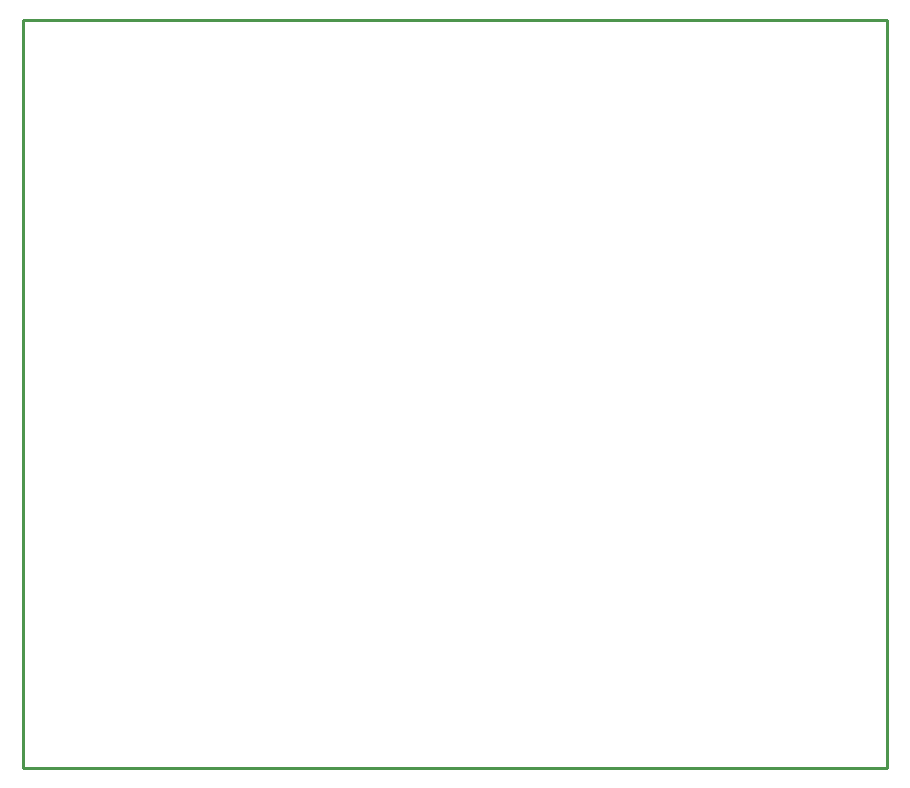
<source format=gko>
G04 Layer: BoardOutlineLayer*
G04 EasyEDA v6.5.22, 2022-12-01 15:05:32*
G04 f9cf6ae4047b4148b17f980a7d3d99a3,3377a35bda5640eaacad09db658d017c,10*
G04 Gerber Generator version 0.2*
G04 Scale: 100 percent, Rotated: No, Reflected: No *
G04 Dimensions in inches *
G04 leading zeros omitted , absolute positions ,3 integer and 6 decimal *
%FSLAX36Y36*%
%MOIN*%

%ADD10C,0.0100*%
D10*
X275599Y2125999D02*
G01*
X3155000Y2125999D01*
X3155000Y-365000D01*
X275599Y-365000D01*
X275599Y2125999D01*

%LPD*%
M02*

</source>
